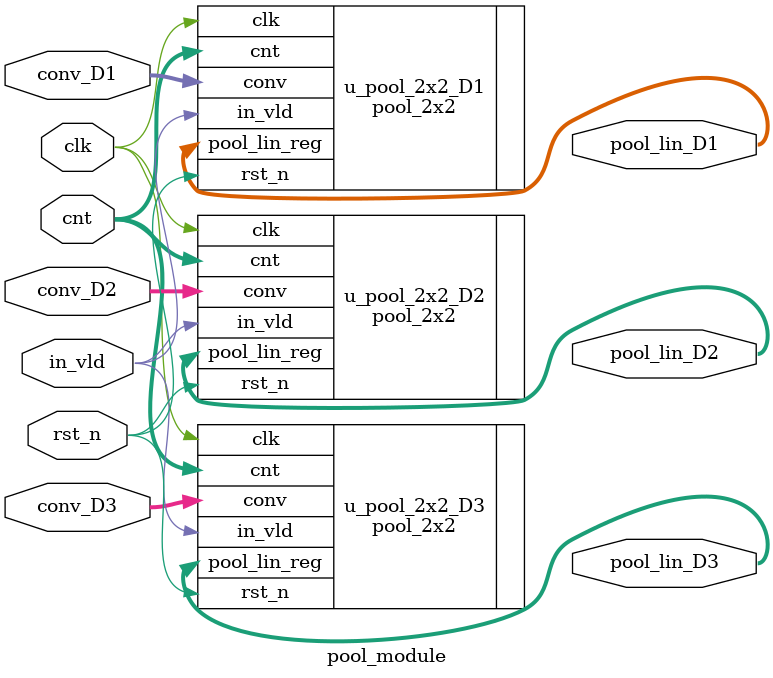
<source format=v>
`timescale 1ns/1ps
module pool_module (
    input clk,
    input rst_n,
    input in_vld,
    // input [$clog2(67)-1:0] cnt,
    input [$clog2(68)-1:0] cnt,
    input [7:0] conv_D1,
    input [7:0] conv_D2,
    input [7:0] conv_D3,

    output [3*8-1:0] pool_lin_D1,
    output [3*8-1:0] pool_lin_D2,
    output [3*8-1:0] pool_lin_D3
);

    // calculate unit
    pool_2x2 u_pool_2x2_D1(
        .clk(clk),
        .rst_n(rst_n),
        .in_vld(in_vld),
        .cnt(cnt),
        .conv(conv_D1),
        .pool_lin_reg(pool_lin_D1)
    );
    pool_2x2 u_pool_2x2_D2(
        .clk(clk),
        .rst_n(rst_n),
        .in_vld(in_vld),
        .cnt(cnt),
        .conv(conv_D2),
        .pool_lin_reg(pool_lin_D2)
    );
    pool_2x2 u_pool_2x2_D3(
        .clk(clk),
        .rst_n(rst_n),
        .in_vld(in_vld),
        .cnt(cnt),
        .conv(conv_D3),
        .pool_lin_reg(pool_lin_D3)
    );

endmodule

</source>
